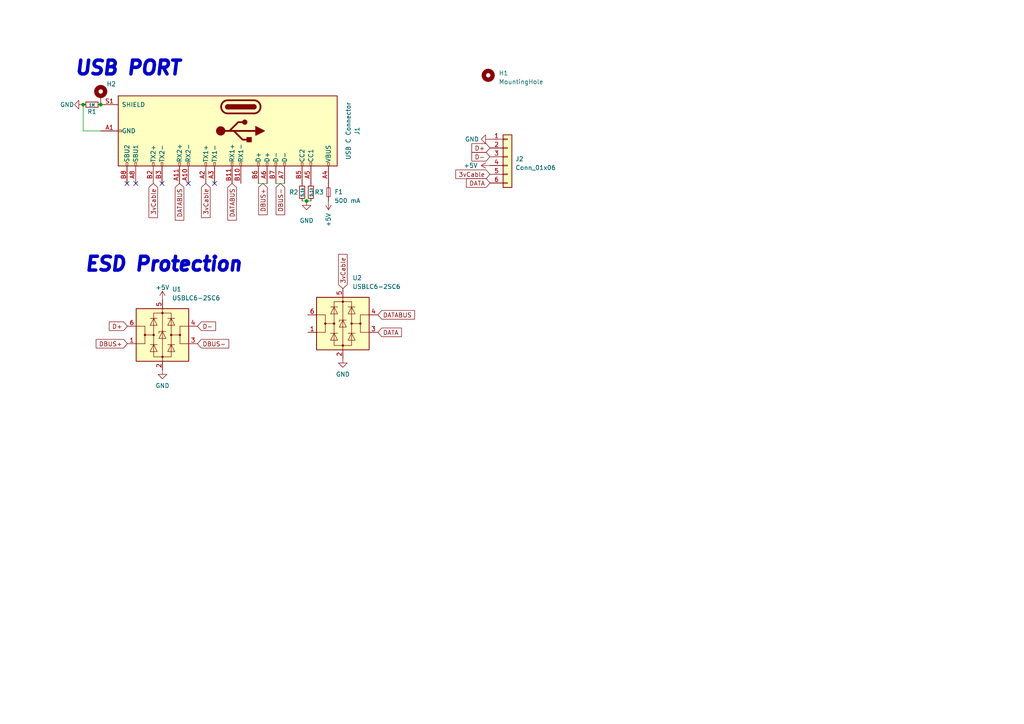
<source format=kicad_sch>
(kicad_sch (version 20230121) (generator eeschema)
  (paper "A4")
  (lib_symbols
    (symbol "Connector:USB_C_Receptacle" (pin_names (offset 1.016))
      (property "Reference" "J" (at -10.16 29.21 0))
      (property "Value" "USB_C_Receptacle" (at 10.16 29.21 0))
      (symbol "USB_C_Receptacle_0_0"
        (rectangle (start -0.254 -35.56) (end 0.254 -34.544))
        (rectangle (start 10.16 -32.766) (end 9.144 -33.274))
        (rectangle (start 10.16 -30.226) (end 9.144 -30.734))
        (rectangle (start 10.16 -25.146) (end 9.144 -25.654))
        (rectangle (start 10.16 -22.606) (end 9.144 -23.114))
        (rectangle (start 10.16 -17.526) (end 9.144 -18.034))
        (rectangle (start 10.16 -14.986) (end 9.144 -15.494))
        (rectangle (start 10.16 -9.906) (end 9.144 -10.414))
        (rectangle (start 10.16 -7.366) (end 9.144 -7.874))
        (rectangle (start 10.16 -2.286) (end 9.144 -2.794))
        (rectangle (start 10.16 0.254) (end 9.144 -0.254))
        (rectangle (start 10.16 5.334) (end 9.144 4.826))
        (rectangle (start 10.16 7.874) (end 9.144 7.366))
        (rectangle (start 10.16 10.414) (end 9.144 9.906))
        (rectangle (start 10.16 12.954) (end 9.144 12.446))
        (rectangle (start 10.16 18.034) (end 9.144 17.526))
        (rectangle (start 10.16 20.574) (end 9.144 20.066))
        (rectangle (start 10.16 25.654) (end 9.144 25.146))
      )
      (symbol "USB_C_Receptacle_0_1"
        (rectangle (start -10.16 27.94) (end 10.16 -35.56) (stroke (width 0.254)) (fill (type background)))
        (arc (start -8.89 -3.81) (mid -6.985 -5.7067) (end -5.08 -3.81) (stroke (width 0.508)))
        (arc (start -7.62 -3.81) (mid -6.985 -4.4423) (end -6.35 -3.81) (stroke (width 0.254)))
        (arc (start -7.62 -3.81) (mid -6.985 -4.4423) (end -6.35 -3.81) (stroke (width 0.254)) (fill (type outline)))
        (rectangle (start -7.62 -3.81) (end -6.35 3.81) (stroke (width 0.254)) (fill (type outline)))
        (arc (start -6.35 3.81) (mid -6.985 4.4423) (end -7.62 3.81) (stroke (width 0.254)))
        (arc (start -6.35 3.81) (mid -6.985 4.4423) (end -7.62 3.81) (stroke (width 0.254)) (fill (type outline)))
        (arc (start -5.08 3.81) (mid -6.985 5.7067) (end -8.89 3.81) (stroke (width 0.508)))
        (polyline (pts (xy -8.89 -3.81) (xy -8.89 3.81)) (stroke (width 0.508)))
        (polyline (pts (xy -5.08 3.81) (xy -5.08 -3.81)) (stroke (width 0.508)))
      )
      (symbol "USB_C_Receptacle_1_1"
        (circle (center -2.54 1.143) (radius 0.635) (stroke (width 0.254)) (fill (type outline)))
        (circle (center 0 -5.842) (radius 1.27) (fill (type outline)))
        (polyline (pts (xy 0 -5.842) (xy 0 4.318)) (stroke (width 0.508)))
        (polyline (pts (xy 0 -3.302) (xy -2.54 -0.762) (xy -2.54 0.508)) (stroke (width 0.508)))
        (polyline (pts (xy 0 -2.032) (xy 2.54 0.508) (xy 2.54 1.778)) (stroke (width 0.508)))
        (polyline (pts (xy -1.27 4.318) (xy 0 6.858) (xy 1.27 4.318) (xy -1.27 4.318)) (stroke (width 0.254)) (fill (type outline)))
        (rectangle (start 1.905 1.778) (end 3.175 3.048) (stroke (width 0.254)) (fill (type outline)))
        (pin passive line (at 0 -40.64 90) (length 5.08) (name "GND") (number "A1"))
        (pin bidirectional line (at 15.24 -15.24 180) (length 5.08) (name "RX2-") (number "A10"))
        (pin bidirectional line (at 15.24 -17.78 180) (length 5.08) (name "RX2+") (number "A11"))
        (pin passive line (at 0 -40.64 90) (length 5.08) hide (name "GND") (number "A12"))
        (pin bidirectional line (at 15.24 -10.16 180) (length 5.08) (name "TX1+") (number "A2"))
        (pin bidirectional line (at 15.24 -7.62 180) (length 5.08) (name "TX1-") (number "A3"))
        (pin passive line (at 15.24 25.4 180) (length 5.08) (name "VBUS") (number "A4"))
        (pin bidirectional line (at 15.24 20.32 180) (length 5.08) (name "CC1") (number "A5"))
        (pin bidirectional line (at 15.24 7.62 180) (length 5.08) (name "D+") (number "A6"))
        (pin bidirectional line (at 15.24 12.7 180) (length 5.08) (name "D-") (number "A7"))
        (pin bidirectional line (at 15.24 -30.48 180) (length 5.08) (name "SBU1") (number "A8"))
        (pin passive line (at 15.24 25.4 180) (length 5.08) hide (name "VBUS") (number "A9"))
        (pin passive line (at 0 -40.64 90) (length 5.08) hide (name "GND") (number "B1"))
        (pin bidirectional line (at 15.24 0 180) (length 5.08) (name "RX1-") (number "B10"))
        (pin bidirectional line (at 15.24 -2.54 180) (length 5.08) (name "RX1+") (number "B11"))
        (pin passive line (at 0 -40.64 90) (length 5.08) hide (name "GND") (number "B12"))
        (pin bidirectional line (at 15.24 -25.4 180) (length 5.08) (name "TX2+") (number "B2"))
        (pin bidirectional line (at 15.24 -22.86 180) (length 5.08) (name "TX2-") (number "B3"))
        (pin passive line (at 15.24 25.4 180) (length 5.08) hide (name "VBUS") (number "B4"))
        (pin bidirectional line (at 15.24 17.78 180) (length 5.08) (name "CC2") (number "B5"))
        (pin bidirectional line (at 15.24 5.08 180) (length 5.08) (name "D+") (number "B6"))
        (pin bidirectional line (at 15.24 10.16 180) (length 5.08) (name "D-") (number "B7"))
        (pin bidirectional line (at 15.24 -33.02 180) (length 5.08) (name "SBU2") (number "B8"))
        (pin passive line (at 15.24 25.4 180) (length 5.08) hide (name "VBUS") (number "B9"))
        (pin passive line (at -7.62 -40.64 90) (length 5.08) (name "SHIELD") (number "S1"))
      )
    )
    (symbol "Connector_Generic:Conn_01x06" (pin_names (offset 1.016) hide)
      (property "Reference" "J" (at 0 7.62 0))
      (property "Value" "Conn_01x06" (at 0 -10.16 0))
      (symbol "Conn_01x06_1_1"
        (rectangle (start -1.27 -7.493) (end 0 -7.747) (stroke (width 0.1524)))
        (rectangle (start -1.27 -4.953) (end 0 -5.207) (stroke (width 0.1524)))
        (rectangle (start -1.27 -2.413) (end 0 -2.667) (stroke (width 0.1524)))
        (rectangle (start -1.27 0.127) (end 0 -0.127) (stroke (width 0.1524)))
        (rectangle (start -1.27 2.667) (end 0 2.413) (stroke (width 0.1524)))
        (rectangle (start -1.27 5.207) (end 0 4.953) (stroke (width 0.1524)))
        (rectangle (start -1.27 6.35) (end 1.27 -8.89) (stroke (width 0.254)) (fill (type background)))
        (pin passive line (at -5.08 5.08 0) (length 3.81) (name "Pin_1") (number "1"))
        (pin passive line (at -5.08 2.54 0) (length 3.81) (name "Pin_2") (number "2"))
        (pin passive line (at -5.08 0 0) (length 3.81) (name "Pin_3") (number "3"))
        (pin passive line (at -5.08 -2.54 0) (length 3.81) (name "Pin_4") (number "4"))
        (pin passive line (at -5.08 -5.08 0) (length 3.81) (name "Pin_5") (number "5"))
        (pin passive line (at -5.08 -7.62 0) (length 3.81) (name "Pin_6") (number "6"))
      )
    )
    (symbol "Device:Fuse_Small" (pin_numbers hide) (pin_names (offset 0.254) hide)
      (property "Reference" "F" (at 0 -1.524 0))
      (property "Value" "Fuse_Small" (at 0 1.524 0))
      (symbol "Fuse_Small_0_1"
        (rectangle (start -1.27 0.508) (end 1.27 -0.508))
        (polyline (pts (xy -1.27 0) (xy 1.27 0)))
      )
      (symbol "Fuse_Small_1_1"
        (pin passive line (at -2.54 0 0) (length 1.27) (name "~") (number "1"))
        (pin passive line (at 2.54 0 180) (length 1.27) (name "~") (number "2"))
      )
    )
    (symbol "Device:R_Small" (pin_numbers hide) (pin_names (offset 0.254) hide)
      (property "Reference" "R" (at 0.762 0.508 0))
      (property "Value" "R_Small" (at 0.762 -1.016 0))
      (symbol "R_Small_0_1"
        (rectangle (start -0.762 1.778) (end 0.762 -1.778) (stroke (width 0.2032)))
      )
      (symbol "R_Small_1_1"
        (pin passive line (at 0 2.54 270) (length 0.762) (name "~") (number "1"))
        (pin passive line (at 0 -2.54 90) (length 0.762) (name "~") (number "2"))
      )
    )
    (symbol "GND_1" (power) (pin_names (offset 0))
      (property "Value" "GND_1" (at 0 -3.81 0))
      (symbol "GND_1_0_1"
        (polyline (pts (xy 0 0) (xy 0 -1.27) (xy 1.27 -1.27) (xy 0 -2.54) (xy -1.27 -1.27) (xy 0 -1.27)))
      )
      (symbol "GND_1_1_1"
        (pin power_in line (at 0 0 270) (length 0) hide (name "GND") (number "1"))
      )
    )
    (symbol "Mechanical:MountingHole" (pin_names (offset 1.016))
      (property "Reference" "H" (at 0 5.08 0))
      (property "Value" "MountingHole" (at 0 3.175 0))
      (symbol "MountingHole_0_1"
        (circle (center 0 0) (radius 1.27) (stroke (width 1.27)))
      )
    )
    (symbol "Mechanical:MountingHole_Pad" (pin_numbers hide) (pin_names (offset 1.016) hide)
      (property "Reference" "H" (at 0 6.35 0))
      (property "Value" "MountingHole_Pad" (at 0 4.445 0))
      (symbol "MountingHole_Pad_0_1"
        (circle (center 0 1.27) (radius 1.27) (stroke (width 1.27)))
      )
      (symbol "MountingHole_Pad_1_1"
        (pin input line (at 0 -2.54 90) (length 2.54) (name "1") (number "1"))
      )
    )
    (symbol "Power_Protection:USBLC6-2SC6" (pin_names hide)
      (property "Reference" "U" (at 2.54 8.89 0))
      (property "Value" "USBLC6-2SC6" (at 2.54 -8.89 0))
      (symbol "USBLC6-2SC6_0_1"
        (rectangle (start -7.62 -7.62) (end 7.62 7.62) (stroke (width 0.254)) (fill (type background)))
        (circle (center -5.08 0) (radius 0.254) (fill (type outline)))
        (circle (center -2.54 0) (radius 0.254) (fill (type outline)))
        (rectangle (start -2.54 6.35) (end 2.54 -6.35))
        (circle (center 0 -6.35) (radius 0.254) (fill (type outline)))
        (polyline (pts (xy -5.08 -2.54) (xy -7.62 -2.54)))
        (polyline (pts (xy -5.08 0) (xy -5.08 -2.54)))
        (polyline (pts (xy -5.08 2.54) (xy -7.62 2.54)))
        (polyline (pts (xy -1.524 -2.794) (xy -3.556 -2.794)))
        (polyline (pts (xy -1.524 4.826) (xy -3.556 4.826)))
        (polyline (pts (xy 0 -7.62) (xy 0 -6.35)))
        (polyline (pts (xy 0 -6.35) (xy 0 1.27)))
        (polyline (pts (xy 0 1.27) (xy 0 6.35)))
        (polyline (pts (xy 0 6.35) (xy 0 7.62)))
        (polyline (pts (xy 1.524 -2.794) (xy 3.556 -2.794)))
        (polyline (pts (xy 1.524 4.826) (xy 3.556 4.826)))
        (polyline (pts (xy 5.08 -2.54) (xy 7.62 -2.54)))
        (polyline (pts (xy 5.08 0) (xy 5.08 -2.54)))
        (polyline (pts (xy 5.08 2.54) (xy 7.62 2.54)))
        (polyline (pts (xy -2.54 0) (xy -5.08 0) (xy -5.08 2.54)))
        (polyline (pts (xy 2.54 0) (xy 5.08 0) (xy 5.08 2.54)))
        (polyline (pts (xy -3.556 -4.826) (xy -1.524 -4.826) (xy -2.54 -2.794) (xy -3.556 -4.826)))
        (polyline (pts (xy -3.556 2.794) (xy -1.524 2.794) (xy -2.54 4.826) (xy -3.556 2.794)))
        (polyline (pts (xy -1.016 -1.016) (xy 1.016 -1.016) (xy 0 1.016) (xy -1.016 -1.016)))
        (polyline (pts (xy 1.016 1.016) (xy 0.762 1.016) (xy -1.016 1.016) (xy -1.016 0.508)))
        (polyline (pts (xy 3.556 -4.826) (xy 1.524 -4.826) (xy 2.54 -2.794) (xy 3.556 -4.826)))
        (polyline (pts (xy 3.556 2.794) (xy 1.524 2.794) (xy 2.54 4.826) (xy 3.556 2.794)))
        (circle (center 0 6.35) (radius 0.254) (fill (type outline)))
        (circle (center 2.54 0) (radius 0.254) (fill (type outline)))
        (circle (center 5.08 0) (radius 0.254) (fill (type outline)))
      )
      (symbol "USBLC6-2SC6_1_1"
        (pin passive line (at -10.16 -2.54 0) (length 2.54) (name "I/O1") (number "1"))
        (pin passive line (at 0 -10.16 90) (length 2.54) (name "GND") (number "2"))
        (pin passive line (at 10.16 -2.54 180) (length 2.54) (name "I/O2") (number "3"))
        (pin passive line (at 10.16 2.54 180) (length 2.54) (name "I/O2") (number "4"))
        (pin passive line (at 0 10.16 270) (length 2.54) (name "VBUS") (number "5"))
        (pin passive line (at -10.16 2.54 0) (length 2.54) (name "I/O1") (number "6"))
      )
    )
    (symbol "power:+5V" (power) (pin_names (offset 0))
      (property "Value" "+5V" (at 0 3.556 0))
      (symbol "+5V_0_1"
        (polyline (pts (xy -0.762 1.27) (xy 0 2.54)))
        (polyline (pts (xy 0 0) (xy 0 2.54)))
        (polyline (pts (xy 0 2.54) (xy 0.762 1.27)))
      )
      (symbol "+5V_1_1"
        (pin power_in line (at 0 0 90) (length 0) hide (name "+5V") (number "1"))
      )
    )
    (symbol "power:GND" (power) (pin_names (offset 0))
      (property "Value" "GND" (at 0 -3.81 0))
      (symbol "GND_0_1"
        (polyline (pts (xy 0 0) (xy 0 -1.27) (xy 1.27 -1.27) (xy 0 -2.54) (xy -1.27 -1.27) (xy 0 -1.27)))
      )
      (symbol "GND_1_1"
        (pin power_in line (at 0 0 270) (length 0) hide (name "GND") (number "1"))
      )
    )
  )
  (junction (at 24.13 30.353))
  (junction (at 88.9254 58.293))
  (junction (at 29.21 30.353))
  (no_connect (at 39.37 53.213))
  (no_connect (at 36.83 53.213))
  (no_connect (at 62.23 53.213))
  (no_connect (at 46.99 53.213))
  (no_connect (at 54.61 53.213))
  (wire (pts (xy 24.13 37.973) (xy 29.21 37.973)))
  (wire (pts (xy 87.63 58.293) (xy 88.9254 58.293)))
  (wire (pts (xy 88.9254 58.293) (xy 90.17 58.293)))
  (wire (pts (xy 77.47 53.213) (xy 74.93 53.213)))
  (wire (pts (xy 82.55 53.213) (xy 80.01 53.213)))
  (wire (pts (xy 24.13 30.353) (xy 24.13 37.973)))
  (text "ESD Protection" (at 24.257 79.121 0) (effects (font (size 4 4) (thickness 2) bold italic) (justify left bottom)))
  (text "USB PORT" (at 21.336 22.225 0) (effects (font (size 4 4) (thickness 2) bold italic) (justify left bottom)))
  (global_label "3vCable" (shape input) (at 44.45 53.213 270) (property "Intersheetrefs" "${INTERSHEET_REFS}" (effects hide)))
  (global_label "DBUS+" (shape input) (at 36.957 99.695 180) (property "Intersheetrefs" "${INTERSHEET_REFS}" (effects hide)))
  (global_label "DBUS+" (shape input) (at 76.2508 53.213 270) (property "Intersheetrefs" "${INTERSHEET_REFS}" (effects hide)))
  (global_label "DATA" (shape input) (at 142.113 53.086 180) (property "Intersheetrefs" "${INTERSHEET_REFS}" (effects hide)))
  (global_label "DATA" (shape input) (at 109.601 96.393 0) (property "Intersheetrefs" "${INTERSHEET_REFS}" (effects hide)))
  (global_label "D-" (shape input) (at 142.113 45.466 180) (property "Intersheetrefs" "${INTERSHEET_REFS}" (effects hide)))
  (global_label "D+" (shape input) (at 36.957 94.615 180) (property "Intersheetrefs" "${INTERSHEET_REFS}" (effects hide)))
  (global_label "3vCable" (shape input) (at 99.441 83.693 90) (property "Intersheetrefs" "${INTERSHEET_REFS}" (effects hide)))
  (global_label "3vCable" (shape input) (at 142.113 50.546 180) (property "Intersheetrefs" "${INTERSHEET_REFS}" (effects hide)))
  (global_label "DATABUS" (shape input) (at 52.07 53.213 270) (property "Intersheetrefs" "${INTERSHEET_REFS}" (effects hide)))
  (global_label "3vCable" (shape input) (at 59.69 53.213 270) (property "Intersheetrefs" "${INTERSHEET_REFS}" (effects hide)))
  (global_label "DBUS-" (shape input) (at 81.3308 53.213 270) (property "Intersheetrefs" "${INTERSHEET_REFS}" (effects hide)))
  (global_label "DATABUS" (shape input) (at 67.31 53.213 270) (property "Intersheetrefs" "${INTERSHEET_REFS}" (effects hide)))
  (global_label "D-" (shape input) (at 57.277 94.615 0) (property "Intersheetrefs" "${INTERSHEET_REFS}" (effects hide)))
  (global_label "DBUS-" (shape input) (at 57.277 99.695 0) (property "Intersheetrefs" "${INTERSHEET_REFS}" (effects hide)))
  (global_label "DATABUS" (shape input) (at 109.601 91.313 0) (property "Intersheetrefs" "${INTERSHEET_REFS}" (effects hide)))
  (global_label "D+" (shape input) (at 142.113 42.926 180) (property "Intersheetrefs" "${INTERSHEET_REFS}" (effects hide)))
  (symbol (lib_id "Device:R_Small") (at 87.63 55.753 180) (unit 1)
    (property "Reference" "R2" (at 86.5631 55.753 0) (effects (justify left)))
    (property "Value" "5.1k" (at 87.7316 54.4322 90) (effects (font (size 0.8 0.8)) (justify left)))
    (property "Footprint" "Resistor_SMD:R_0603_1608Metric" (effects hide))
    (property "LCSC" "C25744" (effects hide))
  )
  (symbol (lib_id "power:+5V") (at 142.113 48.006 90) (unit 1)
    (property "Reference" "#PWR07" (effects hide))
    (property "Value" "+5V" (at 138.557 48.006 90) (effects (justify left)))
  )
  (symbol (lib_id "Power_Protection:USBLC6-2SC6") (at 47.117 97.155 0) (unit 1)
    (property "Reference" "U1" (at 49.8857 83.8962 0) (effects (justify left)))
    (property "Value" "USBLC6-2SC6" (at 49.8857 86.4362 0) (effects (justify left)))
    (property "Footprint" "Package_TO_SOT_SMD:SOT-23-6" (effects hide))
    (property "Datasheet" "https://www.st.com/resource/en/datasheet/usblc6-2.pdf" (effects hide))
  )
  (symbol (lib_id "power:+5V") (at 47.117 86.995 0) (unit 1)
    (property "Reference" "#PWR04" (effects hide))
    (property "Value" "+5V" (at 47.117 83.3905 0))
  )
  (symbol (lib_id "Device:R_Small") (at 90.17 55.753 0) (unit 1)
    (property "Reference" "R3" (at 91.2369 55.753 0) (effects (justify left)))
    (property "Value" "5.1k" (at 90.2716 57.0738 90) (effects (font (size 0.8 0.8)) (justify left)))
    (property "Footprint" "Resistor_SMD:R_0603_1608Metric" (effects hide))
    (property "LCSC" "C25744" (effects hide))
  )
  (symbol (lib_id "power:GND") (at 47.117 107.315 0) (unit 1)
    (property "Reference" "#PWR05" (effects hide))
    (property "Value" "GND" (at 47.117 111.8775 0))
  )
  (symbol (lib_id "Power_Protection:USBLC6-2SC6") (at 99.441 93.853 0) (unit 1)
    (property "Reference" "U2" (at 102.2097 80.5942 0) (effects (justify left)))
    (property "Value" "USBLC6-2SC6" (at 102.2097 83.1342 0) (effects (justify left)))
    (property "Footprint" "Package_TO_SOT_SMD:SOT-23-6" (effects hide))
    (property "Datasheet" "https://www.st.com/resource/en/datasheet/usblc6-2.pdf" (effects hide))
  )
  (symbol (lib_name "GND_1") (lib_id "power:GND") (at 142.113 40.386 270) (unit 1)
    (property "Reference" "#PWR06" (effects hide))
    (property "Value" "GND" (at 138.938 40.386 90) (effects (justify right)))
  )
  (symbol (lib_id "Mechanical:MountingHole") (at 141.605 21.844 0) (unit 1)
    (property "Reference" "H1" (at 144.653 21.209 0) (effects (justify left)))
    (property "Value" "MountingHole" (at 144.653 23.749 0) (effects (justify left)))
    (property "Footprint" "MountingHole:MountingHole_2.2mm_M2" (effects hide))
  )
  (symbol (lib_id "power:GND") (at 88.9254 58.293 0) (unit 1)
    (property "Reference" "#PWR02" (effects hide))
    (property "Value" "GND" (at 88.9254 63.9826 0))
  )
  (symbol (lib_id "power:+5V") (at 95.25 58.293 180) (unit 1)
    (property "Reference" "#PWR03" (effects hide))
    (property "Value" "+5V" (at 95.2501 61.7474 90) (effects (justify left)))
  )
  (symbol (lib_id "Device:Fuse_Small") (at 95.25 55.753 270) (unit 1)
    (property "Reference" "F1" (at 96.9772 55.6514 90) (effects (justify left)))
    (property "Value" "500 mA" (at 96.9772 58.1914 90) (effects (justify left)))
    (property "Footprint" "Fuse:Fuse_1206_3216Metric" (effects hide))
  )
  (symbol (lib_id "Device:R_Small") (at 26.67 30.353 90) (unit 1)
    (property "Reference" "R1" (at 26.67 32.385 90))
    (property "Value" "1M" (at 26.67 30.4546 90) (effects (font (size 0.8 0.8))))
    (property "Footprint" "Resistor_SMD:R_0603_1608Metric" (effects hide))
    (property "LCSC" "C25190" (effects hide))
  )
  (symbol (lib_id "power:GND") (at 99.441 104.013 0) (unit 1)
    (property "Reference" "#PWR09" (effects hide))
    (property "Value" "GND" (at 99.441 108.5755 0))
  )
  (symbol (lib_id "Mechanical:MountingHole_Pad") (at 29.21 27.813 0) (mirror y) (unit 1)
    (property "Reference" "H2" (at 33.655 24.384 0) (effects (justify left)))
    (property "Value" "MountingHole_Pad" (effects hide))
    (property "Footprint" "MountingHole:MountingHole_2.2mm_M2_DIN965_Pad" (effects hide))
  )
  (symbol (lib_id "Connector:USB_C_Receptacle") (at 69.85 37.973 270) (unit 1)
    (property "Reference" "J1" (at 103.5812 37.973 0))
    (property "Value" "USB C Connector" (at 101.0412 37.973 0))
    (property "Footprint" "footprints:TYPE-C_24P_QCHT" (effects hide))
    (property "Datasheet" "https://www.usb.org/sites/default/files/documents/usb_type-c.zip" (effects hide))
    (property "LCSC" "C456013" (effects hide))
  )
  (symbol (lib_id "power:GND") (at 24.13 30.353 270) (unit 1)
    (property "Reference" "#PWR01" (effects hide))
    (property "Value" "GND" (at 17.399 30.353 90) (effects (justify left)))
  )
  (symbol (lib_id "Connector_Generic:Conn_01x06") (at 147.193 45.466 0) (unit 1)
    (property "Reference" "J2" (at 149.479 46.101 0) (effects (justify left)))
    (property "Value" "Conn_01x06" (at 149.479 48.641 0) (effects (justify left)))
    (property "Footprint" "Connector_PinHeader_2.54mm:PinHeader_1x06_P2.54mm_Vertical" (effects hide))
  )
)
</source>
